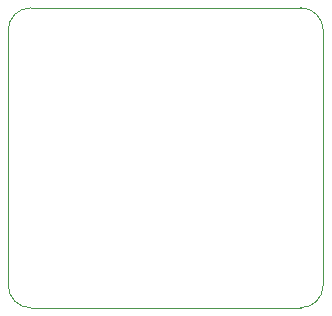
<source format=gm1>
G04 #@! TF.GenerationSoftware,KiCad,Pcbnew,(5.1.10)-1*
G04 #@! TF.CreationDate,2021-12-10T13:25:56-08:00*
G04 #@! TF.ProjectId,BQ25798,42513235-3739-4382-9e6b-696361645f70,rev?*
G04 #@! TF.SameCoordinates,Original*
G04 #@! TF.FileFunction,Profile,NP*
%FSLAX46Y46*%
G04 Gerber Fmt 4.6, Leading zero omitted, Abs format (unit mm)*
G04 Created by KiCad (PCBNEW (5.1.10)-1) date 2021-12-10 13:25:56*
%MOMM*%
%LPD*%
G01*
G04 APERTURE LIST*
G04 #@! TA.AperFunction,Profile*
%ADD10C,0.050000*%
G04 #@! TD*
G04 #@! TA.AperFunction,Profile*
%ADD11C,0.120000*%
G04 #@! TD*
G04 APERTURE END LIST*
D10*
X79375000Y-118745000D02*
X79375000Y-97155000D01*
X106045000Y-97155000D02*
X106045000Y-118745000D01*
X104140000Y-95250000D02*
G75*
G02*
X106045000Y-97155000I0J-1905000D01*
G01*
X79375000Y-97155000D02*
G75*
G02*
X81280000Y-95250000I1905000J0D01*
G01*
X81280000Y-120650000D02*
G75*
G02*
X79375000Y-118745000I0J1905000D01*
G01*
D11*
X106045000Y-118745000D02*
G75*
G02*
X104140000Y-120650000I-1905000J0D01*
G01*
D10*
X104140000Y-120650000D02*
X81280000Y-120650000D01*
X81280000Y-95250000D02*
X104140000Y-95250000D01*
M02*

</source>
